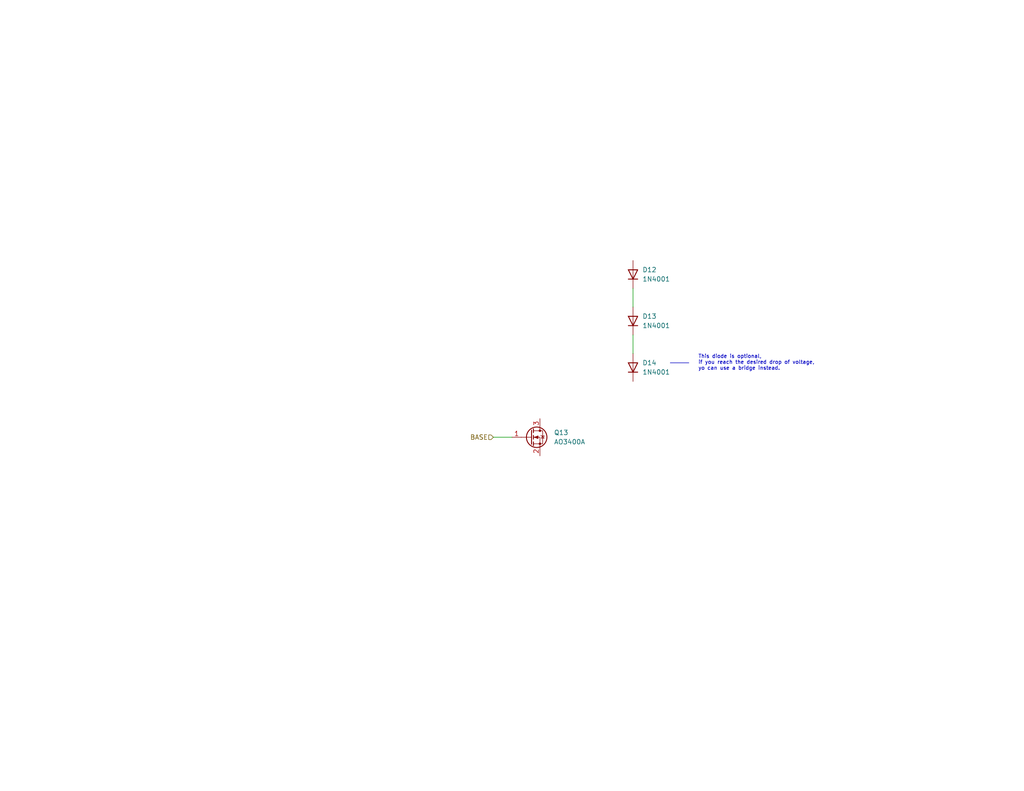
<source format=kicad_sch>
(kicad_sch (version 20231120) (generator "eeschema") (generator_version "8.0")
  (paper "A")
  (title_block (title "BATER-IA") (date "2024-11-03") (rev "001") (company "CETI") (comment 1 "Proyecto de titulacion") (comment 2 "Diseño Electronico y Sistemas Inteligentes"))
  (lib_symbols
    (symbol "Diode:1N4001" (pin_numbers hide) (pin_names hide)
      (property "Reference" "D" (at 0 2.54 0))
      (property "Value" "1N4001" (at 0 -2.54 0))
      (symbol "1N4001_0_1"
        (polyline (pts (xy -1.27 1.27) (xy -1.27 -1.27)) (stroke (width 0.254)))
        (polyline (pts (xy 1.27 0) (xy -1.27 0)))
        (polyline (pts (xy 1.27 1.27) (xy 1.27 -1.27) (xy -1.27 0) (xy 1.27 1.27)) (stroke (width 0.254)))
      )
      (symbol "1N4001_1_1"
        (pin passive line (at -3.81 0 0) (length 2.54) (name "K") (number "1"))
        (pin passive line (at 3.81 0 180) (length 2.54) (name "A") (number "2"))
      )
    )
    (symbol "Transistor_FET:AO3400A" (pin_names hide)
      (property "Reference" "Q" (at 5.08 1.905 0))
      (property "Value" "AO3400A" (at 5.08 0 0))
      (symbol "AO3400A_0_1"
        (polyline (pts (xy 0.254 0) (xy -2.54 0)))
        (polyline (pts (xy 0.254 1.905) (xy 0.254 -1.905)) (stroke (width 0.254)))
        (polyline (pts (xy 0.762 -1.27) (xy 0.762 -2.286)) (stroke (width 0.254)))
        (polyline (pts (xy 0.762 0.508) (xy 0.762 -0.508)) (stroke (width 0.254)))
        (polyline (pts (xy 0.762 2.286) (xy 0.762 1.27)) (stroke (width 0.254)))
        (polyline (pts (xy 2.54 2.54) (xy 2.54 1.778)))
        (polyline (pts (xy 2.54 -2.54) (xy 2.54 0) (xy 0.762 0)))
        (polyline (pts (xy 0.762 -1.778) (xy 3.302 -1.778) (xy 3.302 1.778) (xy 0.762 1.778)))
        (polyline (pts (xy 1.016 0) (xy 2.032 0.381) (xy 2.032 -0.381) (xy 1.016 0)) (fill (type outline)))
        (polyline (pts (xy 2.794 0.508) (xy 2.921 0.381) (xy 3.683 0.381) (xy 3.81 0.254)))
        (polyline (pts (xy 3.302 0.381) (xy 2.921 -0.254) (xy 3.683 -0.254) (xy 3.302 0.381)))
        (circle (center 1.651 0) (radius 2.794) (stroke (width 0.254)))
        (circle (center 2.54 -1.778) (radius 0.254) (fill (type outline)))
        (circle (center 2.54 1.778) (radius 0.254) (fill (type outline)))
      )
      (symbol "AO3400A_1_1"
        (pin input line (at -5.08 0 0) (length 2.54) (name "G") (number "1"))
        (pin passive line (at 2.54 -5.08 90) (length 2.54) (name "S") (number "2"))
        (pin passive line (at 2.54 5.08 270) (length 2.54) (name "D") (number "3"))
      )
    )
  )
  (wire (pts (xy 172.72 78.74) (xy 172.72 83.82)))
  (wire (pts (xy 172.72 91.44) (xy 172.72 96.52)))
  (wire (pts (xy 134.62 119.38) (xy 139.7 119.38)))
  (polyline (pts (xy 182.88 99.06) (xy 187.96 99.06)))
  (text "This diode is optional, \nif you reach the desired drop of voltage, \nyo can use a bridge instead." (at 190.5 99.06 0) (effects (font (size 1 1)) (justify left)))
  (hierarchical_label "BASE" (shape input) (at 134.62 119.38 180))
  (symbol (lib_id "Diode:1N4001") (at 172.72 87.63 90) (unit 1)
    (property "Reference" "D13" (at 175.26 86.3599 90) (effects (justify right)))
    (property "Value" "1N4001" (at 175.26 88.8999 90) (effects (justify right)))
    (property "Footprint" "Diode_THT:D_DO-41_SOD81_P10.16mm_Horizontal" (effects (hide yes)))
    (property "Datasheet" "http://www.vishay.com/docs/88503/1n4001.pdf" (effects (hide yes)))
    (property "Description" "50V 1A General Purpose Rectifier Diode, DO-41" (effects (hide yes)))
    (property "Sim.Device" "D" (effects (hide yes)))
    (property "Sim.Pins" "1=K 2=A" (effects (hide yes)))
  )
  (symbol (lib_id "Diode:1N4001") (at 172.72 100.33 90) (unit 1)
    (property "Reference" "D14" (at 175.26 99.0599 90) (effects (justify right)))
    (property "Value" "1N4001" (at 175.26 101.5999 90) (effects (justify right)))
    (property "Footprint" "Diode_THT:D_DO-41_SOD81_P10.16mm_Horizontal" (effects (hide yes)))
    (property "Datasheet" "http://www.vishay.com/docs/88503/1n4001.pdf" (effects (hide yes)))
    (property "Description" "50V 1A General Purpose Rectifier Diode, DO-41" (effects (hide yes)))
    (property "Sim.Device" "D" (effects (hide yes)))
    (property "Sim.Pins" "1=K 2=A" (effects (hide yes)))
  )
  (symbol (lib_id "Transistor_FET:AO3400A") (at 144.78 119.38 0) (unit 1)
    (property "Reference" "Q13" (at 151.13 118.1099 0) (effects (justify left)))
    (property "Value" "AO3400A" (at 151.13 120.6499 0) (effects (justify left)))
    (property "Footprint" "Package_TO_SOT_SMD:SOT-23" (effects (hide yes)))
    (property "Datasheet" "http://www.aosmd.com/pdfs/datasheet/AO3400A.pdf" (effects (hide yes)))
    (property "Description" "30V Vds, 5.7A Id, N-Channel MOSFET, SOT-23" (effects (hide yes)))
  )
  (symbol (lib_id "Diode:1N4001") (at 172.72 74.93 90) (unit 1)
    (property "Reference" "D12" (at 175.26 73.6599 90) (effects (justify right)))
    (property "Value" "1N4001" (at 175.26 76.1999 90) (effects (justify right)))
    (property "Footprint" "Diode_THT:D_DO-41_SOD81_P10.16mm_Horizontal" (effects (hide yes)))
    (property "Datasheet" "http://www.vishay.com/docs/88503/1n4001.pdf" (effects (hide yes)))
    (property "Description" "50V 1A General Purpose Rectifier Diode, DO-41" (effects (hide yes)))
    (property "Sim.Device" "D" (effects (hide yes)))
    (property "Sim.Pins" "1=K 2=A" (effects (hide yes)))
  )
)
</source>
